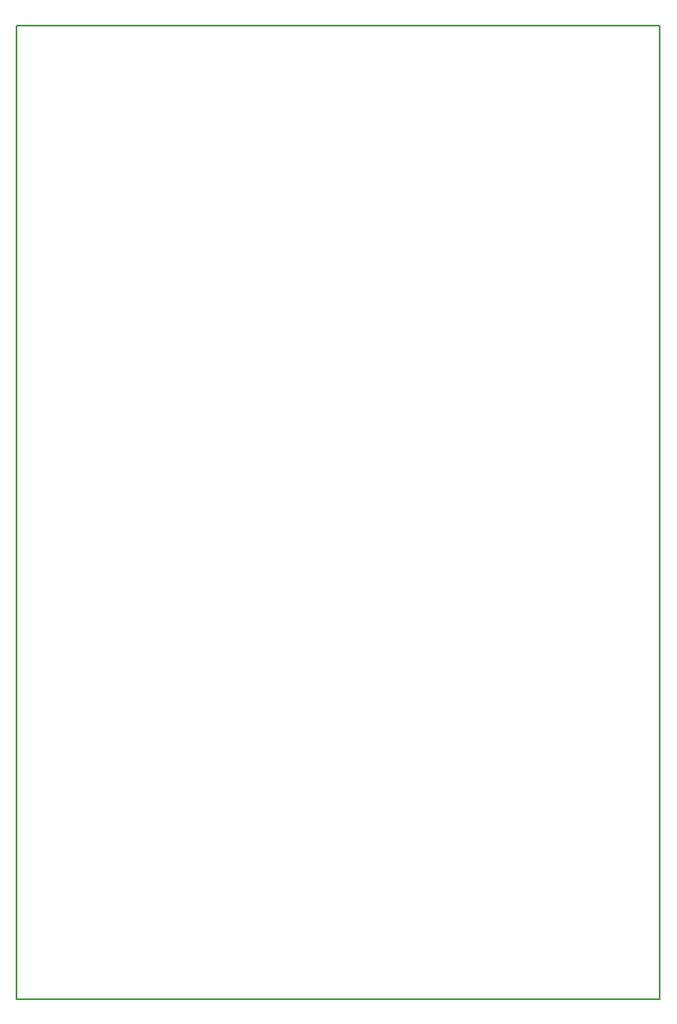
<source format=gm1>
G04 #@! TF.FileFunction,Profile,NP*
%FSLAX46Y46*%
G04 Gerber Fmt 4.6, Leading zero omitted, Abs format (unit mm)*
G04 Created by KiCad (PCBNEW 4.0.7) date 10/12/18 11:57:34*
%MOMM*%
%LPD*%
G01*
G04 APERTURE LIST*
%ADD10C,0.100000*%
%ADD11C,0.150000*%
G04 APERTURE END LIST*
D10*
D11*
X88392000Y-24003000D02*
X22352000Y-24003000D01*
X88392000Y-24955500D02*
X88392000Y-24003000D01*
X88392000Y-123825000D02*
X88392000Y-123761500D01*
X22352000Y-123825000D02*
X88392000Y-123825000D01*
X22352000Y-122809000D02*
X22352000Y-123825000D01*
X22352000Y-122809000D02*
X22352000Y-24003000D01*
X88392000Y-24955500D02*
X88392000Y-123761500D01*
M02*

</source>
